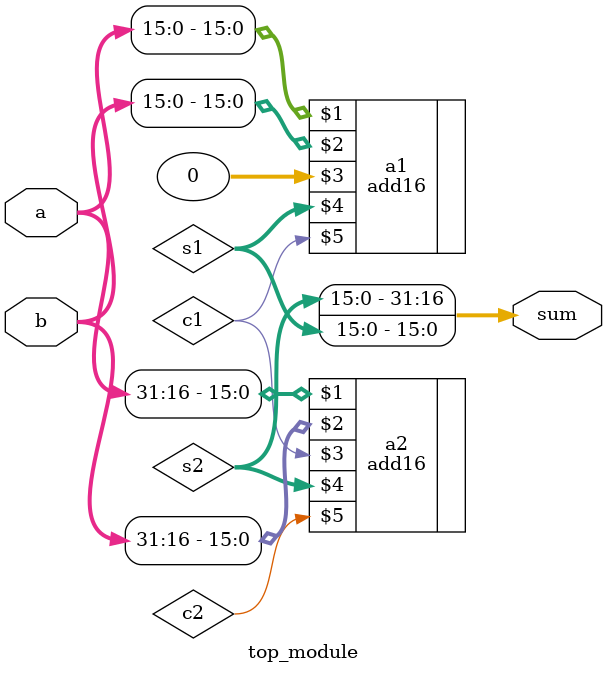
<source format=v>
module top_module(
    input [31:0] a,
    input [31:0] b,
    output [31:0] sum
);
    wire c1,c2;
    wire [15:0]s1,s2;
    
    add16 a1(a[15:0],b[15:0],0,s1,c1);
    add16 a2(a[31:16],b[31:16],c1,s2,c2);
    
    assign sum = {s2,s1};

endmodule

</source>
